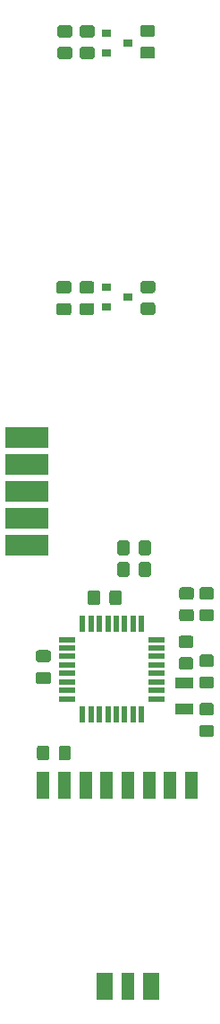
<source format=gbp>
G04 #@! TF.GenerationSoftware,KiCad,Pcbnew,(5.1.5)-3*
G04 #@! TF.CreationDate,2020-04-08T23:30:10+02:00*
G04 #@! TF.ProjectId,RHS_3_Simple,5248535f-335f-4536-996d-706c652e6b69,rev?*
G04 #@! TF.SameCoordinates,Original*
G04 #@! TF.FileFunction,Paste,Bot*
G04 #@! TF.FilePolarity,Positive*
%FSLAX46Y46*%
G04 Gerber Fmt 4.6, Leading zero omitted, Abs format (unit mm)*
G04 Created by KiCad (PCBNEW (5.1.5)-3) date 2020-04-08 23:30:10*
%MOMM*%
%LPD*%
G04 APERTURE LIST*
%ADD10C,0.100000*%
%ADD11R,1.600000X0.550000*%
%ADD12R,0.550000X1.600000*%
%ADD13R,1.500000X2.524000*%
%ADD14R,1.200000X2.524000*%
%ADD15R,0.900000X0.800000*%
%ADD16R,1.800000X1.000000*%
G04 APERTURE END LIST*
D10*
G36*
X100180505Y-139636204D02*
G01*
X100204773Y-139639804D01*
X100228572Y-139645765D01*
X100251671Y-139654030D01*
X100273850Y-139664520D01*
X100294893Y-139677132D01*
X100314599Y-139691747D01*
X100332777Y-139708223D01*
X100349253Y-139726401D01*
X100363868Y-139746107D01*
X100376480Y-139767150D01*
X100386970Y-139789329D01*
X100395235Y-139812428D01*
X100401196Y-139836227D01*
X100404796Y-139860495D01*
X100406000Y-139884999D01*
X100406000Y-140785001D01*
X100404796Y-140809505D01*
X100401196Y-140833773D01*
X100395235Y-140857572D01*
X100386970Y-140880671D01*
X100376480Y-140902850D01*
X100363868Y-140923893D01*
X100349253Y-140943599D01*
X100332777Y-140961777D01*
X100314599Y-140978253D01*
X100294893Y-140992868D01*
X100273850Y-141005480D01*
X100251671Y-141015970D01*
X100228572Y-141024235D01*
X100204773Y-141030196D01*
X100180505Y-141033796D01*
X100156001Y-141035000D01*
X99505999Y-141035000D01*
X99481495Y-141033796D01*
X99457227Y-141030196D01*
X99433428Y-141024235D01*
X99410329Y-141015970D01*
X99388150Y-141005480D01*
X99367107Y-140992868D01*
X99347401Y-140978253D01*
X99329223Y-140961777D01*
X99312747Y-140943599D01*
X99298132Y-140923893D01*
X99285520Y-140902850D01*
X99275030Y-140880671D01*
X99266765Y-140857572D01*
X99260804Y-140833773D01*
X99257204Y-140809505D01*
X99256000Y-140785001D01*
X99256000Y-139884999D01*
X99257204Y-139860495D01*
X99260804Y-139836227D01*
X99266765Y-139812428D01*
X99275030Y-139789329D01*
X99285520Y-139767150D01*
X99298132Y-139746107D01*
X99312747Y-139726401D01*
X99329223Y-139708223D01*
X99347401Y-139691747D01*
X99367107Y-139677132D01*
X99388150Y-139664520D01*
X99410329Y-139654030D01*
X99433428Y-139645765D01*
X99457227Y-139639804D01*
X99481495Y-139636204D01*
X99505999Y-139635000D01*
X100156001Y-139635000D01*
X100180505Y-139636204D01*
G37*
G36*
X98130505Y-139636204D02*
G01*
X98154773Y-139639804D01*
X98178572Y-139645765D01*
X98201671Y-139654030D01*
X98223850Y-139664520D01*
X98244893Y-139677132D01*
X98264599Y-139691747D01*
X98282777Y-139708223D01*
X98299253Y-139726401D01*
X98313868Y-139746107D01*
X98326480Y-139767150D01*
X98336970Y-139789329D01*
X98345235Y-139812428D01*
X98351196Y-139836227D01*
X98354796Y-139860495D01*
X98356000Y-139884999D01*
X98356000Y-140785001D01*
X98354796Y-140809505D01*
X98351196Y-140833773D01*
X98345235Y-140857572D01*
X98336970Y-140880671D01*
X98326480Y-140902850D01*
X98313868Y-140923893D01*
X98299253Y-140943599D01*
X98282777Y-140961777D01*
X98264599Y-140978253D01*
X98244893Y-140992868D01*
X98223850Y-141005480D01*
X98201671Y-141015970D01*
X98178572Y-141024235D01*
X98154773Y-141030196D01*
X98130505Y-141033796D01*
X98106001Y-141035000D01*
X97455999Y-141035000D01*
X97431495Y-141033796D01*
X97407227Y-141030196D01*
X97383428Y-141024235D01*
X97360329Y-141015970D01*
X97338150Y-141005480D01*
X97317107Y-140992868D01*
X97297401Y-140978253D01*
X97279223Y-140961777D01*
X97262747Y-140943599D01*
X97248132Y-140923893D01*
X97235520Y-140902850D01*
X97225030Y-140880671D01*
X97216765Y-140857572D01*
X97210804Y-140833773D01*
X97207204Y-140809505D01*
X97206000Y-140785001D01*
X97206000Y-139884999D01*
X97207204Y-139860495D01*
X97210804Y-139836227D01*
X97216765Y-139812428D01*
X97225030Y-139789329D01*
X97235520Y-139767150D01*
X97248132Y-139746107D01*
X97262747Y-139726401D01*
X97279223Y-139708223D01*
X97297401Y-139691747D01*
X97317107Y-139677132D01*
X97338150Y-139664520D01*
X97360329Y-139654030D01*
X97383428Y-139645765D01*
X97407227Y-139639804D01*
X97431495Y-139636204D01*
X97455999Y-139635000D01*
X98106001Y-139635000D01*
X98130505Y-139636204D01*
G37*
G36*
X108932505Y-145721204D02*
G01*
X108956773Y-145724804D01*
X108980572Y-145730765D01*
X109003671Y-145739030D01*
X109025850Y-145749520D01*
X109046893Y-145762132D01*
X109066599Y-145776747D01*
X109084777Y-145793223D01*
X109101253Y-145811401D01*
X109115868Y-145831107D01*
X109128480Y-145852150D01*
X109138970Y-145874329D01*
X109147235Y-145897428D01*
X109153196Y-145921227D01*
X109156796Y-145945495D01*
X109158000Y-145969999D01*
X109158000Y-146620001D01*
X109156796Y-146644505D01*
X109153196Y-146668773D01*
X109147235Y-146692572D01*
X109138970Y-146715671D01*
X109128480Y-146737850D01*
X109115868Y-146758893D01*
X109101253Y-146778599D01*
X109084777Y-146796777D01*
X109066599Y-146813253D01*
X109046893Y-146827868D01*
X109025850Y-146840480D01*
X109003671Y-146850970D01*
X108980572Y-146859235D01*
X108956773Y-146865196D01*
X108932505Y-146868796D01*
X108908001Y-146870000D01*
X108007999Y-146870000D01*
X107983495Y-146868796D01*
X107959227Y-146865196D01*
X107935428Y-146859235D01*
X107912329Y-146850970D01*
X107890150Y-146840480D01*
X107869107Y-146827868D01*
X107849401Y-146813253D01*
X107831223Y-146796777D01*
X107814747Y-146778599D01*
X107800132Y-146758893D01*
X107787520Y-146737850D01*
X107777030Y-146715671D01*
X107768765Y-146692572D01*
X107762804Y-146668773D01*
X107759204Y-146644505D01*
X107758000Y-146620001D01*
X107758000Y-145969999D01*
X107759204Y-145945495D01*
X107762804Y-145921227D01*
X107768765Y-145897428D01*
X107777030Y-145874329D01*
X107787520Y-145852150D01*
X107800132Y-145831107D01*
X107814747Y-145811401D01*
X107831223Y-145793223D01*
X107849401Y-145776747D01*
X107869107Y-145762132D01*
X107890150Y-145749520D01*
X107912329Y-145739030D01*
X107935428Y-145730765D01*
X107959227Y-145724804D01*
X107983495Y-145721204D01*
X108007999Y-145720000D01*
X108908001Y-145720000D01*
X108932505Y-145721204D01*
G37*
G36*
X108932505Y-147771204D02*
G01*
X108956773Y-147774804D01*
X108980572Y-147780765D01*
X109003671Y-147789030D01*
X109025850Y-147799520D01*
X109046893Y-147812132D01*
X109066599Y-147826747D01*
X109084777Y-147843223D01*
X109101253Y-147861401D01*
X109115868Y-147881107D01*
X109128480Y-147902150D01*
X109138970Y-147924329D01*
X109147235Y-147947428D01*
X109153196Y-147971227D01*
X109156796Y-147995495D01*
X109158000Y-148019999D01*
X109158000Y-148670001D01*
X109156796Y-148694505D01*
X109153196Y-148718773D01*
X109147235Y-148742572D01*
X109138970Y-148765671D01*
X109128480Y-148787850D01*
X109115868Y-148808893D01*
X109101253Y-148828599D01*
X109084777Y-148846777D01*
X109066599Y-148863253D01*
X109046893Y-148877868D01*
X109025850Y-148890480D01*
X109003671Y-148900970D01*
X108980572Y-148909235D01*
X108956773Y-148915196D01*
X108932505Y-148918796D01*
X108908001Y-148920000D01*
X108007999Y-148920000D01*
X107983495Y-148918796D01*
X107959227Y-148915196D01*
X107935428Y-148909235D01*
X107912329Y-148900970D01*
X107890150Y-148890480D01*
X107869107Y-148877868D01*
X107849401Y-148863253D01*
X107831223Y-148846777D01*
X107814747Y-148828599D01*
X107800132Y-148808893D01*
X107787520Y-148787850D01*
X107777030Y-148765671D01*
X107768765Y-148742572D01*
X107762804Y-148718773D01*
X107759204Y-148694505D01*
X107758000Y-148670001D01*
X107758000Y-148019999D01*
X107759204Y-147995495D01*
X107762804Y-147971227D01*
X107768765Y-147947428D01*
X107777030Y-147924329D01*
X107787520Y-147902150D01*
X107800132Y-147881107D01*
X107814747Y-147861401D01*
X107831223Y-147843223D01*
X107849401Y-147826747D01*
X107869107Y-147812132D01*
X107890150Y-147799520D01*
X107912329Y-147789030D01*
X107935428Y-147780765D01*
X107959227Y-147774804D01*
X107983495Y-147771204D01*
X108007999Y-147770000D01*
X108908001Y-147770000D01*
X108932505Y-147771204D01*
G37*
D11*
X103750000Y-144290000D03*
X103750000Y-145090000D03*
X103750000Y-145890000D03*
X103750000Y-146690000D03*
X103750000Y-147490000D03*
X103750000Y-148290000D03*
X103750000Y-149090000D03*
X103750000Y-149890000D03*
D12*
X102300000Y-151340000D03*
X101500000Y-151340000D03*
X100700000Y-151340000D03*
X99900000Y-151340000D03*
X99100000Y-151340000D03*
X98300000Y-151340000D03*
X97500000Y-151340000D03*
X96700000Y-151340000D03*
D11*
X95250000Y-149890000D03*
X95250000Y-149090000D03*
X95250000Y-148290000D03*
X95250000Y-147490000D03*
X95250000Y-146690000D03*
X95250000Y-145890000D03*
X95250000Y-145090000D03*
X95250000Y-144290000D03*
D12*
X96700000Y-142840000D03*
X97500000Y-142840000D03*
X98300000Y-142840000D03*
X99100000Y-142840000D03*
X99900000Y-142840000D03*
X100700000Y-142840000D03*
X101500000Y-142840000D03*
X102300000Y-142840000D03*
D13*
X103200000Y-177000000D03*
X98800000Y-177000000D03*
D14*
X101000000Y-177000000D03*
X107000000Y-158000000D03*
X105000000Y-158000000D03*
X103000000Y-158000000D03*
X101000000Y-158000000D03*
X99000000Y-158000000D03*
X97000000Y-158000000D03*
X95000000Y-158000000D03*
X93000000Y-158000000D03*
D10*
G36*
X106974505Y-143921204D02*
G01*
X106998773Y-143924804D01*
X107022572Y-143930765D01*
X107045671Y-143939030D01*
X107067850Y-143949520D01*
X107088893Y-143962132D01*
X107108599Y-143976747D01*
X107126777Y-143993223D01*
X107143253Y-144011401D01*
X107157868Y-144031107D01*
X107170480Y-144052150D01*
X107180970Y-144074329D01*
X107189235Y-144097428D01*
X107195196Y-144121227D01*
X107198796Y-144145495D01*
X107200000Y-144169999D01*
X107200000Y-144820001D01*
X107198796Y-144844505D01*
X107195196Y-144868773D01*
X107189235Y-144892572D01*
X107180970Y-144915671D01*
X107170480Y-144937850D01*
X107157868Y-144958893D01*
X107143253Y-144978599D01*
X107126777Y-144996777D01*
X107108599Y-145013253D01*
X107088893Y-145027868D01*
X107067850Y-145040480D01*
X107045671Y-145050970D01*
X107022572Y-145059235D01*
X106998773Y-145065196D01*
X106974505Y-145068796D01*
X106950001Y-145070000D01*
X106049999Y-145070000D01*
X106025495Y-145068796D01*
X106001227Y-145065196D01*
X105977428Y-145059235D01*
X105954329Y-145050970D01*
X105932150Y-145040480D01*
X105911107Y-145027868D01*
X105891401Y-145013253D01*
X105873223Y-144996777D01*
X105856747Y-144978599D01*
X105842132Y-144958893D01*
X105829520Y-144937850D01*
X105819030Y-144915671D01*
X105810765Y-144892572D01*
X105804804Y-144868773D01*
X105801204Y-144844505D01*
X105800000Y-144820001D01*
X105800000Y-144169999D01*
X105801204Y-144145495D01*
X105804804Y-144121227D01*
X105810765Y-144097428D01*
X105819030Y-144074329D01*
X105829520Y-144052150D01*
X105842132Y-144031107D01*
X105856747Y-144011401D01*
X105873223Y-143993223D01*
X105891401Y-143976747D01*
X105911107Y-143962132D01*
X105932150Y-143949520D01*
X105954329Y-143939030D01*
X105977428Y-143930765D01*
X106001227Y-143924804D01*
X106025495Y-143921204D01*
X106049999Y-143920000D01*
X106950001Y-143920000D01*
X106974505Y-143921204D01*
G37*
G36*
X106974505Y-145971204D02*
G01*
X106998773Y-145974804D01*
X107022572Y-145980765D01*
X107045671Y-145989030D01*
X107067850Y-145999520D01*
X107088893Y-146012132D01*
X107108599Y-146026747D01*
X107126777Y-146043223D01*
X107143253Y-146061401D01*
X107157868Y-146081107D01*
X107170480Y-146102150D01*
X107180970Y-146124329D01*
X107189235Y-146147428D01*
X107195196Y-146171227D01*
X107198796Y-146195495D01*
X107200000Y-146219999D01*
X107200000Y-146870001D01*
X107198796Y-146894505D01*
X107195196Y-146918773D01*
X107189235Y-146942572D01*
X107180970Y-146965671D01*
X107170480Y-146987850D01*
X107157868Y-147008893D01*
X107143253Y-147028599D01*
X107126777Y-147046777D01*
X107108599Y-147063253D01*
X107088893Y-147077868D01*
X107067850Y-147090480D01*
X107045671Y-147100970D01*
X107022572Y-147109235D01*
X106998773Y-147115196D01*
X106974505Y-147118796D01*
X106950001Y-147120000D01*
X106049999Y-147120000D01*
X106025495Y-147118796D01*
X106001227Y-147115196D01*
X105977428Y-147109235D01*
X105954329Y-147100970D01*
X105932150Y-147090480D01*
X105911107Y-147077868D01*
X105891401Y-147063253D01*
X105873223Y-147046777D01*
X105856747Y-147028599D01*
X105842132Y-147008893D01*
X105829520Y-146987850D01*
X105819030Y-146965671D01*
X105810765Y-146942572D01*
X105804804Y-146918773D01*
X105801204Y-146894505D01*
X105800000Y-146870001D01*
X105800000Y-146219999D01*
X105801204Y-146195495D01*
X105804804Y-146171227D01*
X105810765Y-146147428D01*
X105819030Y-146124329D01*
X105829520Y-146102150D01*
X105842132Y-146081107D01*
X105856747Y-146061401D01*
X105873223Y-146043223D01*
X105891401Y-146026747D01*
X105911107Y-146012132D01*
X105932150Y-145999520D01*
X105954329Y-145989030D01*
X105977428Y-145980765D01*
X106001227Y-145974804D01*
X106025495Y-145971204D01*
X106049999Y-145970000D01*
X106950001Y-145970000D01*
X106974505Y-145971204D01*
G37*
G36*
X93474505Y-147341204D02*
G01*
X93498773Y-147344804D01*
X93522572Y-147350765D01*
X93545671Y-147359030D01*
X93567850Y-147369520D01*
X93588893Y-147382132D01*
X93608599Y-147396747D01*
X93626777Y-147413223D01*
X93643253Y-147431401D01*
X93657868Y-147451107D01*
X93670480Y-147472150D01*
X93680970Y-147494329D01*
X93689235Y-147517428D01*
X93695196Y-147541227D01*
X93698796Y-147565495D01*
X93700000Y-147589999D01*
X93700000Y-148240001D01*
X93698796Y-148264505D01*
X93695196Y-148288773D01*
X93689235Y-148312572D01*
X93680970Y-148335671D01*
X93670480Y-148357850D01*
X93657868Y-148378893D01*
X93643253Y-148398599D01*
X93626777Y-148416777D01*
X93608599Y-148433253D01*
X93588893Y-148447868D01*
X93567850Y-148460480D01*
X93545671Y-148470970D01*
X93522572Y-148479235D01*
X93498773Y-148485196D01*
X93474505Y-148488796D01*
X93450001Y-148490000D01*
X92549999Y-148490000D01*
X92525495Y-148488796D01*
X92501227Y-148485196D01*
X92477428Y-148479235D01*
X92454329Y-148470970D01*
X92432150Y-148460480D01*
X92411107Y-148447868D01*
X92391401Y-148433253D01*
X92373223Y-148416777D01*
X92356747Y-148398599D01*
X92342132Y-148378893D01*
X92329520Y-148357850D01*
X92319030Y-148335671D01*
X92310765Y-148312572D01*
X92304804Y-148288773D01*
X92301204Y-148264505D01*
X92300000Y-148240001D01*
X92300000Y-147589999D01*
X92301204Y-147565495D01*
X92304804Y-147541227D01*
X92310765Y-147517428D01*
X92319030Y-147494329D01*
X92329520Y-147472150D01*
X92342132Y-147451107D01*
X92356747Y-147431401D01*
X92373223Y-147413223D01*
X92391401Y-147396747D01*
X92411107Y-147382132D01*
X92432150Y-147369520D01*
X92454329Y-147359030D01*
X92477428Y-147350765D01*
X92501227Y-147344804D01*
X92525495Y-147341204D01*
X92549999Y-147340000D01*
X93450001Y-147340000D01*
X93474505Y-147341204D01*
G37*
G36*
X93474505Y-145291204D02*
G01*
X93498773Y-145294804D01*
X93522572Y-145300765D01*
X93545671Y-145309030D01*
X93567850Y-145319520D01*
X93588893Y-145332132D01*
X93608599Y-145346747D01*
X93626777Y-145363223D01*
X93643253Y-145381401D01*
X93657868Y-145401107D01*
X93670480Y-145422150D01*
X93680970Y-145444329D01*
X93689235Y-145467428D01*
X93695196Y-145491227D01*
X93698796Y-145515495D01*
X93700000Y-145539999D01*
X93700000Y-146190001D01*
X93698796Y-146214505D01*
X93695196Y-146238773D01*
X93689235Y-146262572D01*
X93680970Y-146285671D01*
X93670480Y-146307850D01*
X93657868Y-146328893D01*
X93643253Y-146348599D01*
X93626777Y-146366777D01*
X93608599Y-146383253D01*
X93588893Y-146397868D01*
X93567850Y-146410480D01*
X93545671Y-146420970D01*
X93522572Y-146429235D01*
X93498773Y-146435196D01*
X93474505Y-146438796D01*
X93450001Y-146440000D01*
X92549999Y-146440000D01*
X92525495Y-146438796D01*
X92501227Y-146435196D01*
X92477428Y-146429235D01*
X92454329Y-146420970D01*
X92432150Y-146410480D01*
X92411107Y-146397868D01*
X92391401Y-146383253D01*
X92373223Y-146366777D01*
X92356747Y-146348599D01*
X92342132Y-146328893D01*
X92329520Y-146307850D01*
X92319030Y-146285671D01*
X92310765Y-146262572D01*
X92304804Y-146238773D01*
X92301204Y-146214505D01*
X92300000Y-146190001D01*
X92300000Y-145539999D01*
X92301204Y-145515495D01*
X92304804Y-145491227D01*
X92310765Y-145467428D01*
X92319030Y-145444329D01*
X92329520Y-145422150D01*
X92342132Y-145401107D01*
X92356747Y-145381401D01*
X92373223Y-145363223D01*
X92391401Y-145346747D01*
X92411107Y-145332132D01*
X92432150Y-145319520D01*
X92454329Y-145309030D01*
X92477428Y-145300765D01*
X92501227Y-145294804D01*
X92525495Y-145291204D01*
X92549999Y-145290000D01*
X93450001Y-145290000D01*
X93474505Y-145291204D01*
G37*
G36*
X95374505Y-154301204D02*
G01*
X95398773Y-154304804D01*
X95422572Y-154310765D01*
X95445671Y-154319030D01*
X95467850Y-154329520D01*
X95488893Y-154342132D01*
X95508599Y-154356747D01*
X95526777Y-154373223D01*
X95543253Y-154391401D01*
X95557868Y-154411107D01*
X95570480Y-154432150D01*
X95580970Y-154454329D01*
X95589235Y-154477428D01*
X95595196Y-154501227D01*
X95598796Y-154525495D01*
X95600000Y-154549999D01*
X95600000Y-155450001D01*
X95598796Y-155474505D01*
X95595196Y-155498773D01*
X95589235Y-155522572D01*
X95580970Y-155545671D01*
X95570480Y-155567850D01*
X95557868Y-155588893D01*
X95543253Y-155608599D01*
X95526777Y-155626777D01*
X95508599Y-155643253D01*
X95488893Y-155657868D01*
X95467850Y-155670480D01*
X95445671Y-155680970D01*
X95422572Y-155689235D01*
X95398773Y-155695196D01*
X95374505Y-155698796D01*
X95350001Y-155700000D01*
X94699999Y-155700000D01*
X94675495Y-155698796D01*
X94651227Y-155695196D01*
X94627428Y-155689235D01*
X94604329Y-155680970D01*
X94582150Y-155670480D01*
X94561107Y-155657868D01*
X94541401Y-155643253D01*
X94523223Y-155626777D01*
X94506747Y-155608599D01*
X94492132Y-155588893D01*
X94479520Y-155567850D01*
X94469030Y-155545671D01*
X94460765Y-155522572D01*
X94454804Y-155498773D01*
X94451204Y-155474505D01*
X94450000Y-155450001D01*
X94450000Y-154549999D01*
X94451204Y-154525495D01*
X94454804Y-154501227D01*
X94460765Y-154477428D01*
X94469030Y-154454329D01*
X94479520Y-154432150D01*
X94492132Y-154411107D01*
X94506747Y-154391401D01*
X94523223Y-154373223D01*
X94541401Y-154356747D01*
X94561107Y-154342132D01*
X94582150Y-154329520D01*
X94604329Y-154319030D01*
X94627428Y-154310765D01*
X94651227Y-154304804D01*
X94675495Y-154301204D01*
X94699999Y-154300000D01*
X95350001Y-154300000D01*
X95374505Y-154301204D01*
G37*
G36*
X93324505Y-154301204D02*
G01*
X93348773Y-154304804D01*
X93372572Y-154310765D01*
X93395671Y-154319030D01*
X93417850Y-154329520D01*
X93438893Y-154342132D01*
X93458599Y-154356747D01*
X93476777Y-154373223D01*
X93493253Y-154391401D01*
X93507868Y-154411107D01*
X93520480Y-154432150D01*
X93530970Y-154454329D01*
X93539235Y-154477428D01*
X93545196Y-154501227D01*
X93548796Y-154525495D01*
X93550000Y-154549999D01*
X93550000Y-155450001D01*
X93548796Y-155474505D01*
X93545196Y-155498773D01*
X93539235Y-155522572D01*
X93530970Y-155545671D01*
X93520480Y-155567850D01*
X93507868Y-155588893D01*
X93493253Y-155608599D01*
X93476777Y-155626777D01*
X93458599Y-155643253D01*
X93438893Y-155657868D01*
X93417850Y-155670480D01*
X93395671Y-155680970D01*
X93372572Y-155689235D01*
X93348773Y-155695196D01*
X93324505Y-155698796D01*
X93300001Y-155700000D01*
X92649999Y-155700000D01*
X92625495Y-155698796D01*
X92601227Y-155695196D01*
X92577428Y-155689235D01*
X92554329Y-155680970D01*
X92532150Y-155670480D01*
X92511107Y-155657868D01*
X92491401Y-155643253D01*
X92473223Y-155626777D01*
X92456747Y-155608599D01*
X92442132Y-155588893D01*
X92429520Y-155567850D01*
X92419030Y-155545671D01*
X92410765Y-155522572D01*
X92404804Y-155498773D01*
X92401204Y-155474505D01*
X92400000Y-155450001D01*
X92400000Y-154549999D01*
X92401204Y-154525495D01*
X92404804Y-154501227D01*
X92410765Y-154477428D01*
X92419030Y-154454329D01*
X92429520Y-154432150D01*
X92442132Y-154411107D01*
X92456747Y-154391401D01*
X92473223Y-154373223D01*
X92491401Y-154356747D01*
X92511107Y-154342132D01*
X92532150Y-154329520D01*
X92554329Y-154319030D01*
X92577428Y-154310765D01*
X92601227Y-154304804D01*
X92625495Y-154301204D01*
X92649999Y-154300000D01*
X93300001Y-154300000D01*
X93324505Y-154301204D01*
G37*
G36*
X93440000Y-126222000D02*
G01*
X89440000Y-126222000D01*
X89440000Y-124222000D01*
X93440000Y-124222000D01*
X93440000Y-126222000D01*
G37*
G36*
X93440000Y-128762000D02*
G01*
X89440000Y-128762000D01*
X89440000Y-126762000D01*
X93440000Y-126762000D01*
X93440000Y-128762000D01*
G37*
G36*
X93440000Y-131302000D02*
G01*
X89440000Y-131302000D01*
X89440000Y-129302000D01*
X93440000Y-129302000D01*
X93440000Y-131302000D01*
G37*
G36*
X93440000Y-133842000D02*
G01*
X89440000Y-133842000D01*
X89440000Y-131842000D01*
X93440000Y-131842000D01*
X93440000Y-133842000D01*
G37*
G36*
X93440000Y-136382000D02*
G01*
X89440000Y-136382000D01*
X89440000Y-134382000D01*
X93440000Y-134382000D01*
X93440000Y-136382000D01*
G37*
G36*
X107027505Y-141421204D02*
G01*
X107051773Y-141424804D01*
X107075572Y-141430765D01*
X107098671Y-141439030D01*
X107120850Y-141449520D01*
X107141893Y-141462132D01*
X107161599Y-141476747D01*
X107179777Y-141493223D01*
X107196253Y-141511401D01*
X107210868Y-141531107D01*
X107223480Y-141552150D01*
X107233970Y-141574329D01*
X107242235Y-141597428D01*
X107248196Y-141621227D01*
X107251796Y-141645495D01*
X107253000Y-141669999D01*
X107253000Y-142320001D01*
X107251796Y-142344505D01*
X107248196Y-142368773D01*
X107242235Y-142392572D01*
X107233970Y-142415671D01*
X107223480Y-142437850D01*
X107210868Y-142458893D01*
X107196253Y-142478599D01*
X107179777Y-142496777D01*
X107161599Y-142513253D01*
X107141893Y-142527868D01*
X107120850Y-142540480D01*
X107098671Y-142550970D01*
X107075572Y-142559235D01*
X107051773Y-142565196D01*
X107027505Y-142568796D01*
X107003001Y-142570000D01*
X106102999Y-142570000D01*
X106078495Y-142568796D01*
X106054227Y-142565196D01*
X106030428Y-142559235D01*
X106007329Y-142550970D01*
X105985150Y-142540480D01*
X105964107Y-142527868D01*
X105944401Y-142513253D01*
X105926223Y-142496777D01*
X105909747Y-142478599D01*
X105895132Y-142458893D01*
X105882520Y-142437850D01*
X105872030Y-142415671D01*
X105863765Y-142392572D01*
X105857804Y-142368773D01*
X105854204Y-142344505D01*
X105853000Y-142320001D01*
X105853000Y-141669999D01*
X105854204Y-141645495D01*
X105857804Y-141621227D01*
X105863765Y-141597428D01*
X105872030Y-141574329D01*
X105882520Y-141552150D01*
X105895132Y-141531107D01*
X105909747Y-141511401D01*
X105926223Y-141493223D01*
X105944401Y-141476747D01*
X105964107Y-141462132D01*
X105985150Y-141449520D01*
X106007329Y-141439030D01*
X106030428Y-141430765D01*
X106054227Y-141424804D01*
X106078495Y-141421204D01*
X106102999Y-141420000D01*
X107003001Y-141420000D01*
X107027505Y-141421204D01*
G37*
G36*
X107027505Y-139371204D02*
G01*
X107051773Y-139374804D01*
X107075572Y-139380765D01*
X107098671Y-139389030D01*
X107120850Y-139399520D01*
X107141893Y-139412132D01*
X107161599Y-139426747D01*
X107179777Y-139443223D01*
X107196253Y-139461401D01*
X107210868Y-139481107D01*
X107223480Y-139502150D01*
X107233970Y-139524329D01*
X107242235Y-139547428D01*
X107248196Y-139571227D01*
X107251796Y-139595495D01*
X107253000Y-139619999D01*
X107253000Y-140270001D01*
X107251796Y-140294505D01*
X107248196Y-140318773D01*
X107242235Y-140342572D01*
X107233970Y-140365671D01*
X107223480Y-140387850D01*
X107210868Y-140408893D01*
X107196253Y-140428599D01*
X107179777Y-140446777D01*
X107161599Y-140463253D01*
X107141893Y-140477868D01*
X107120850Y-140490480D01*
X107098671Y-140500970D01*
X107075572Y-140509235D01*
X107051773Y-140515196D01*
X107027505Y-140518796D01*
X107003001Y-140520000D01*
X106102999Y-140520000D01*
X106078495Y-140518796D01*
X106054227Y-140515196D01*
X106030428Y-140509235D01*
X106007329Y-140500970D01*
X105985150Y-140490480D01*
X105964107Y-140477868D01*
X105944401Y-140463253D01*
X105926223Y-140446777D01*
X105909747Y-140428599D01*
X105895132Y-140408893D01*
X105882520Y-140387850D01*
X105872030Y-140365671D01*
X105863765Y-140342572D01*
X105857804Y-140318773D01*
X105854204Y-140294505D01*
X105853000Y-140270001D01*
X105853000Y-139619999D01*
X105854204Y-139595495D01*
X105857804Y-139571227D01*
X105863765Y-139547428D01*
X105872030Y-139524329D01*
X105882520Y-139502150D01*
X105895132Y-139481107D01*
X105909747Y-139461401D01*
X105926223Y-139443223D01*
X105944401Y-139426747D01*
X105964107Y-139412132D01*
X105985150Y-139399520D01*
X106007329Y-139389030D01*
X106030428Y-139380765D01*
X106054227Y-139374804D01*
X106078495Y-139371204D01*
X106102999Y-139370000D01*
X107003001Y-139370000D01*
X107027505Y-139371204D01*
G37*
G36*
X108932505Y-139371204D02*
G01*
X108956773Y-139374804D01*
X108980572Y-139380765D01*
X109003671Y-139389030D01*
X109025850Y-139399520D01*
X109046893Y-139412132D01*
X109066599Y-139426747D01*
X109084777Y-139443223D01*
X109101253Y-139461401D01*
X109115868Y-139481107D01*
X109128480Y-139502150D01*
X109138970Y-139524329D01*
X109147235Y-139547428D01*
X109153196Y-139571227D01*
X109156796Y-139595495D01*
X109158000Y-139619999D01*
X109158000Y-140270001D01*
X109156796Y-140294505D01*
X109153196Y-140318773D01*
X109147235Y-140342572D01*
X109138970Y-140365671D01*
X109128480Y-140387850D01*
X109115868Y-140408893D01*
X109101253Y-140428599D01*
X109084777Y-140446777D01*
X109066599Y-140463253D01*
X109046893Y-140477868D01*
X109025850Y-140490480D01*
X109003671Y-140500970D01*
X108980572Y-140509235D01*
X108956773Y-140515196D01*
X108932505Y-140518796D01*
X108908001Y-140520000D01*
X108007999Y-140520000D01*
X107983495Y-140518796D01*
X107959227Y-140515196D01*
X107935428Y-140509235D01*
X107912329Y-140500970D01*
X107890150Y-140490480D01*
X107869107Y-140477868D01*
X107849401Y-140463253D01*
X107831223Y-140446777D01*
X107814747Y-140428599D01*
X107800132Y-140408893D01*
X107787520Y-140387850D01*
X107777030Y-140365671D01*
X107768765Y-140342572D01*
X107762804Y-140318773D01*
X107759204Y-140294505D01*
X107758000Y-140270001D01*
X107758000Y-139619999D01*
X107759204Y-139595495D01*
X107762804Y-139571227D01*
X107768765Y-139547428D01*
X107777030Y-139524329D01*
X107787520Y-139502150D01*
X107800132Y-139481107D01*
X107814747Y-139461401D01*
X107831223Y-139443223D01*
X107849401Y-139426747D01*
X107869107Y-139412132D01*
X107890150Y-139399520D01*
X107912329Y-139389030D01*
X107935428Y-139380765D01*
X107959227Y-139374804D01*
X107983495Y-139371204D01*
X108007999Y-139370000D01*
X108908001Y-139370000D01*
X108932505Y-139371204D01*
G37*
G36*
X108932505Y-141421204D02*
G01*
X108956773Y-141424804D01*
X108980572Y-141430765D01*
X109003671Y-141439030D01*
X109025850Y-141449520D01*
X109046893Y-141462132D01*
X109066599Y-141476747D01*
X109084777Y-141493223D01*
X109101253Y-141511401D01*
X109115868Y-141531107D01*
X109128480Y-141552150D01*
X109138970Y-141574329D01*
X109147235Y-141597428D01*
X109153196Y-141621227D01*
X109156796Y-141645495D01*
X109158000Y-141669999D01*
X109158000Y-142320001D01*
X109156796Y-142344505D01*
X109153196Y-142368773D01*
X109147235Y-142392572D01*
X109138970Y-142415671D01*
X109128480Y-142437850D01*
X109115868Y-142458893D01*
X109101253Y-142478599D01*
X109084777Y-142496777D01*
X109066599Y-142513253D01*
X109046893Y-142527868D01*
X109025850Y-142540480D01*
X109003671Y-142550970D01*
X108980572Y-142559235D01*
X108956773Y-142565196D01*
X108932505Y-142568796D01*
X108908001Y-142570000D01*
X108007999Y-142570000D01*
X107983495Y-142568796D01*
X107959227Y-142565196D01*
X107935428Y-142559235D01*
X107912329Y-142550970D01*
X107890150Y-142540480D01*
X107869107Y-142527868D01*
X107849401Y-142513253D01*
X107831223Y-142496777D01*
X107814747Y-142478599D01*
X107800132Y-142458893D01*
X107787520Y-142437850D01*
X107777030Y-142415671D01*
X107768765Y-142392572D01*
X107762804Y-142368773D01*
X107759204Y-142344505D01*
X107758000Y-142320001D01*
X107758000Y-141669999D01*
X107759204Y-141645495D01*
X107762804Y-141621227D01*
X107768765Y-141597428D01*
X107777030Y-141574329D01*
X107787520Y-141552150D01*
X107800132Y-141531107D01*
X107814747Y-141511401D01*
X107831223Y-141493223D01*
X107849401Y-141476747D01*
X107869107Y-141462132D01*
X107890150Y-141449520D01*
X107912329Y-141439030D01*
X107935428Y-141430765D01*
X107959227Y-141424804D01*
X107983495Y-141421204D01*
X108007999Y-141420000D01*
X108908001Y-141420000D01*
X108932505Y-141421204D01*
G37*
G36*
X97624505Y-86331204D02*
G01*
X97648773Y-86334804D01*
X97672572Y-86340765D01*
X97695671Y-86349030D01*
X97717850Y-86359520D01*
X97738893Y-86372132D01*
X97758599Y-86386747D01*
X97776777Y-86403223D01*
X97793253Y-86421401D01*
X97807868Y-86441107D01*
X97820480Y-86462150D01*
X97830970Y-86484329D01*
X97839235Y-86507428D01*
X97845196Y-86531227D01*
X97848796Y-86555495D01*
X97850000Y-86579999D01*
X97850000Y-87230001D01*
X97848796Y-87254505D01*
X97845196Y-87278773D01*
X97839235Y-87302572D01*
X97830970Y-87325671D01*
X97820480Y-87347850D01*
X97807868Y-87368893D01*
X97793253Y-87388599D01*
X97776777Y-87406777D01*
X97758599Y-87423253D01*
X97738893Y-87437868D01*
X97717850Y-87450480D01*
X97695671Y-87460970D01*
X97672572Y-87469235D01*
X97648773Y-87475196D01*
X97624505Y-87478796D01*
X97600001Y-87480000D01*
X96699999Y-87480000D01*
X96675495Y-87478796D01*
X96651227Y-87475196D01*
X96627428Y-87469235D01*
X96604329Y-87460970D01*
X96582150Y-87450480D01*
X96561107Y-87437868D01*
X96541401Y-87423253D01*
X96523223Y-87406777D01*
X96506747Y-87388599D01*
X96492132Y-87368893D01*
X96479520Y-87347850D01*
X96469030Y-87325671D01*
X96460765Y-87302572D01*
X96454804Y-87278773D01*
X96451204Y-87254505D01*
X96450000Y-87230001D01*
X96450000Y-86579999D01*
X96451204Y-86555495D01*
X96454804Y-86531227D01*
X96460765Y-86507428D01*
X96469030Y-86484329D01*
X96479520Y-86462150D01*
X96492132Y-86441107D01*
X96506747Y-86421401D01*
X96523223Y-86403223D01*
X96541401Y-86386747D01*
X96561107Y-86372132D01*
X96582150Y-86359520D01*
X96604329Y-86349030D01*
X96627428Y-86340765D01*
X96651227Y-86334804D01*
X96675495Y-86331204D01*
X96699999Y-86330000D01*
X97600001Y-86330000D01*
X97624505Y-86331204D01*
G37*
G36*
X97624505Y-88381204D02*
G01*
X97648773Y-88384804D01*
X97672572Y-88390765D01*
X97695671Y-88399030D01*
X97717850Y-88409520D01*
X97738893Y-88422132D01*
X97758599Y-88436747D01*
X97776777Y-88453223D01*
X97793253Y-88471401D01*
X97807868Y-88491107D01*
X97820480Y-88512150D01*
X97830970Y-88534329D01*
X97839235Y-88557428D01*
X97845196Y-88581227D01*
X97848796Y-88605495D01*
X97850000Y-88629999D01*
X97850000Y-89280001D01*
X97848796Y-89304505D01*
X97845196Y-89328773D01*
X97839235Y-89352572D01*
X97830970Y-89375671D01*
X97820480Y-89397850D01*
X97807868Y-89418893D01*
X97793253Y-89438599D01*
X97776777Y-89456777D01*
X97758599Y-89473253D01*
X97738893Y-89487868D01*
X97717850Y-89500480D01*
X97695671Y-89510970D01*
X97672572Y-89519235D01*
X97648773Y-89525196D01*
X97624505Y-89528796D01*
X97600001Y-89530000D01*
X96699999Y-89530000D01*
X96675495Y-89528796D01*
X96651227Y-89525196D01*
X96627428Y-89519235D01*
X96604329Y-89510970D01*
X96582150Y-89500480D01*
X96561107Y-89487868D01*
X96541401Y-89473253D01*
X96523223Y-89456777D01*
X96506747Y-89438599D01*
X96492132Y-89418893D01*
X96479520Y-89397850D01*
X96469030Y-89375671D01*
X96460765Y-89352572D01*
X96454804Y-89328773D01*
X96451204Y-89304505D01*
X96450000Y-89280001D01*
X96450000Y-88629999D01*
X96451204Y-88605495D01*
X96454804Y-88581227D01*
X96460765Y-88557428D01*
X96469030Y-88534329D01*
X96479520Y-88512150D01*
X96492132Y-88491107D01*
X96506747Y-88471401D01*
X96523223Y-88453223D01*
X96541401Y-88436747D01*
X96561107Y-88422132D01*
X96582150Y-88409520D01*
X96604329Y-88399030D01*
X96627428Y-88390765D01*
X96651227Y-88384804D01*
X96675495Y-88381204D01*
X96699999Y-88380000D01*
X97600001Y-88380000D01*
X97624505Y-88381204D01*
G37*
G36*
X97594505Y-112541204D02*
G01*
X97618773Y-112544804D01*
X97642572Y-112550765D01*
X97665671Y-112559030D01*
X97687850Y-112569520D01*
X97708893Y-112582132D01*
X97728599Y-112596747D01*
X97746777Y-112613223D01*
X97763253Y-112631401D01*
X97777868Y-112651107D01*
X97790480Y-112672150D01*
X97800970Y-112694329D01*
X97809235Y-112717428D01*
X97815196Y-112741227D01*
X97818796Y-112765495D01*
X97820000Y-112789999D01*
X97820000Y-113440001D01*
X97818796Y-113464505D01*
X97815196Y-113488773D01*
X97809235Y-113512572D01*
X97800970Y-113535671D01*
X97790480Y-113557850D01*
X97777868Y-113578893D01*
X97763253Y-113598599D01*
X97746777Y-113616777D01*
X97728599Y-113633253D01*
X97708893Y-113647868D01*
X97687850Y-113660480D01*
X97665671Y-113670970D01*
X97642572Y-113679235D01*
X97618773Y-113685196D01*
X97594505Y-113688796D01*
X97570001Y-113690000D01*
X96669999Y-113690000D01*
X96645495Y-113688796D01*
X96621227Y-113685196D01*
X96597428Y-113679235D01*
X96574329Y-113670970D01*
X96552150Y-113660480D01*
X96531107Y-113647868D01*
X96511401Y-113633253D01*
X96493223Y-113616777D01*
X96476747Y-113598599D01*
X96462132Y-113578893D01*
X96449520Y-113557850D01*
X96439030Y-113535671D01*
X96430765Y-113512572D01*
X96424804Y-113488773D01*
X96421204Y-113464505D01*
X96420000Y-113440001D01*
X96420000Y-112789999D01*
X96421204Y-112765495D01*
X96424804Y-112741227D01*
X96430765Y-112717428D01*
X96439030Y-112694329D01*
X96449520Y-112672150D01*
X96462132Y-112651107D01*
X96476747Y-112631401D01*
X96493223Y-112613223D01*
X96511401Y-112596747D01*
X96531107Y-112582132D01*
X96552150Y-112569520D01*
X96574329Y-112559030D01*
X96597428Y-112550765D01*
X96621227Y-112544804D01*
X96645495Y-112541204D01*
X96669999Y-112540000D01*
X97570001Y-112540000D01*
X97594505Y-112541204D01*
G37*
G36*
X97594505Y-110491204D02*
G01*
X97618773Y-110494804D01*
X97642572Y-110500765D01*
X97665671Y-110509030D01*
X97687850Y-110519520D01*
X97708893Y-110532132D01*
X97728599Y-110546747D01*
X97746777Y-110563223D01*
X97763253Y-110581401D01*
X97777868Y-110601107D01*
X97790480Y-110622150D01*
X97800970Y-110644329D01*
X97809235Y-110667428D01*
X97815196Y-110691227D01*
X97818796Y-110715495D01*
X97820000Y-110739999D01*
X97820000Y-111390001D01*
X97818796Y-111414505D01*
X97815196Y-111438773D01*
X97809235Y-111462572D01*
X97800970Y-111485671D01*
X97790480Y-111507850D01*
X97777868Y-111528893D01*
X97763253Y-111548599D01*
X97746777Y-111566777D01*
X97728599Y-111583253D01*
X97708893Y-111597868D01*
X97687850Y-111610480D01*
X97665671Y-111620970D01*
X97642572Y-111629235D01*
X97618773Y-111635196D01*
X97594505Y-111638796D01*
X97570001Y-111640000D01*
X96669999Y-111640000D01*
X96645495Y-111638796D01*
X96621227Y-111635196D01*
X96597428Y-111629235D01*
X96574329Y-111620970D01*
X96552150Y-111610480D01*
X96531107Y-111597868D01*
X96511401Y-111583253D01*
X96493223Y-111566777D01*
X96476747Y-111548599D01*
X96462132Y-111528893D01*
X96449520Y-111507850D01*
X96439030Y-111485671D01*
X96430765Y-111462572D01*
X96424804Y-111438773D01*
X96421204Y-111414505D01*
X96420000Y-111390001D01*
X96420000Y-110739999D01*
X96421204Y-110715495D01*
X96424804Y-110691227D01*
X96430765Y-110667428D01*
X96439030Y-110644329D01*
X96449520Y-110622150D01*
X96462132Y-110601107D01*
X96476747Y-110581401D01*
X96493223Y-110563223D01*
X96511401Y-110546747D01*
X96531107Y-110532132D01*
X96552150Y-110519520D01*
X96574329Y-110509030D01*
X96597428Y-110500765D01*
X96621227Y-110494804D01*
X96645495Y-110491204D01*
X96669999Y-110490000D01*
X97570001Y-110490000D01*
X97594505Y-110491204D01*
G37*
D15*
X99000000Y-88950000D03*
X99000000Y-87050000D03*
X101000000Y-88000000D03*
X99000000Y-112950000D03*
X99000000Y-111050000D03*
X101000000Y-112000000D03*
D10*
G36*
X103334505Y-86301204D02*
G01*
X103358773Y-86304804D01*
X103382572Y-86310765D01*
X103405671Y-86319030D01*
X103427850Y-86329520D01*
X103448893Y-86342132D01*
X103468599Y-86356747D01*
X103486777Y-86373223D01*
X103503253Y-86391401D01*
X103517868Y-86411107D01*
X103530480Y-86432150D01*
X103540970Y-86454329D01*
X103549235Y-86477428D01*
X103555196Y-86501227D01*
X103558796Y-86525495D01*
X103560000Y-86549999D01*
X103560000Y-87200001D01*
X103558796Y-87224505D01*
X103555196Y-87248773D01*
X103549235Y-87272572D01*
X103540970Y-87295671D01*
X103530480Y-87317850D01*
X103517868Y-87338893D01*
X103503253Y-87358599D01*
X103486777Y-87376777D01*
X103468599Y-87393253D01*
X103448893Y-87407868D01*
X103427850Y-87420480D01*
X103405671Y-87430970D01*
X103382572Y-87439235D01*
X103358773Y-87445196D01*
X103334505Y-87448796D01*
X103310001Y-87450000D01*
X102409999Y-87450000D01*
X102385495Y-87448796D01*
X102361227Y-87445196D01*
X102337428Y-87439235D01*
X102314329Y-87430970D01*
X102292150Y-87420480D01*
X102271107Y-87407868D01*
X102251401Y-87393253D01*
X102233223Y-87376777D01*
X102216747Y-87358599D01*
X102202132Y-87338893D01*
X102189520Y-87317850D01*
X102179030Y-87295671D01*
X102170765Y-87272572D01*
X102164804Y-87248773D01*
X102161204Y-87224505D01*
X102160000Y-87200001D01*
X102160000Y-86549999D01*
X102161204Y-86525495D01*
X102164804Y-86501227D01*
X102170765Y-86477428D01*
X102179030Y-86454329D01*
X102189520Y-86432150D01*
X102202132Y-86411107D01*
X102216747Y-86391401D01*
X102233223Y-86373223D01*
X102251401Y-86356747D01*
X102271107Y-86342132D01*
X102292150Y-86329520D01*
X102314329Y-86319030D01*
X102337428Y-86310765D01*
X102361227Y-86304804D01*
X102385495Y-86301204D01*
X102409999Y-86300000D01*
X103310001Y-86300000D01*
X103334505Y-86301204D01*
G37*
G36*
X103334505Y-88351204D02*
G01*
X103358773Y-88354804D01*
X103382572Y-88360765D01*
X103405671Y-88369030D01*
X103427850Y-88379520D01*
X103448893Y-88392132D01*
X103468599Y-88406747D01*
X103486777Y-88423223D01*
X103503253Y-88441401D01*
X103517868Y-88461107D01*
X103530480Y-88482150D01*
X103540970Y-88504329D01*
X103549235Y-88527428D01*
X103555196Y-88551227D01*
X103558796Y-88575495D01*
X103560000Y-88599999D01*
X103560000Y-89250001D01*
X103558796Y-89274505D01*
X103555196Y-89298773D01*
X103549235Y-89322572D01*
X103540970Y-89345671D01*
X103530480Y-89367850D01*
X103517868Y-89388893D01*
X103503253Y-89408599D01*
X103486777Y-89426777D01*
X103468599Y-89443253D01*
X103448893Y-89457868D01*
X103427850Y-89470480D01*
X103405671Y-89480970D01*
X103382572Y-89489235D01*
X103358773Y-89495196D01*
X103334505Y-89498796D01*
X103310001Y-89500000D01*
X102409999Y-89500000D01*
X102385495Y-89498796D01*
X102361227Y-89495196D01*
X102337428Y-89489235D01*
X102314329Y-89480970D01*
X102292150Y-89470480D01*
X102271107Y-89457868D01*
X102251401Y-89443253D01*
X102233223Y-89426777D01*
X102216747Y-89408599D01*
X102202132Y-89388893D01*
X102189520Y-89367850D01*
X102179030Y-89345671D01*
X102170765Y-89322572D01*
X102164804Y-89298773D01*
X102161204Y-89274505D01*
X102160000Y-89250001D01*
X102160000Y-88599999D01*
X102161204Y-88575495D01*
X102164804Y-88551227D01*
X102170765Y-88527428D01*
X102179030Y-88504329D01*
X102189520Y-88482150D01*
X102202132Y-88461107D01*
X102216747Y-88441401D01*
X102233223Y-88423223D01*
X102251401Y-88406747D01*
X102271107Y-88392132D01*
X102292150Y-88379520D01*
X102314329Y-88369030D01*
X102337428Y-88360765D01*
X102361227Y-88354804D01*
X102385495Y-88351204D01*
X102409999Y-88350000D01*
X103310001Y-88350000D01*
X103334505Y-88351204D01*
G37*
G36*
X103364505Y-112511204D02*
G01*
X103388773Y-112514804D01*
X103412572Y-112520765D01*
X103435671Y-112529030D01*
X103457850Y-112539520D01*
X103478893Y-112552132D01*
X103498599Y-112566747D01*
X103516777Y-112583223D01*
X103533253Y-112601401D01*
X103547868Y-112621107D01*
X103560480Y-112642150D01*
X103570970Y-112664329D01*
X103579235Y-112687428D01*
X103585196Y-112711227D01*
X103588796Y-112735495D01*
X103590000Y-112759999D01*
X103590000Y-113410001D01*
X103588796Y-113434505D01*
X103585196Y-113458773D01*
X103579235Y-113482572D01*
X103570970Y-113505671D01*
X103560480Y-113527850D01*
X103547868Y-113548893D01*
X103533253Y-113568599D01*
X103516777Y-113586777D01*
X103498599Y-113603253D01*
X103478893Y-113617868D01*
X103457850Y-113630480D01*
X103435671Y-113640970D01*
X103412572Y-113649235D01*
X103388773Y-113655196D01*
X103364505Y-113658796D01*
X103340001Y-113660000D01*
X102439999Y-113660000D01*
X102415495Y-113658796D01*
X102391227Y-113655196D01*
X102367428Y-113649235D01*
X102344329Y-113640970D01*
X102322150Y-113630480D01*
X102301107Y-113617868D01*
X102281401Y-113603253D01*
X102263223Y-113586777D01*
X102246747Y-113568599D01*
X102232132Y-113548893D01*
X102219520Y-113527850D01*
X102209030Y-113505671D01*
X102200765Y-113482572D01*
X102194804Y-113458773D01*
X102191204Y-113434505D01*
X102190000Y-113410001D01*
X102190000Y-112759999D01*
X102191204Y-112735495D01*
X102194804Y-112711227D01*
X102200765Y-112687428D01*
X102209030Y-112664329D01*
X102219520Y-112642150D01*
X102232132Y-112621107D01*
X102246747Y-112601401D01*
X102263223Y-112583223D01*
X102281401Y-112566747D01*
X102301107Y-112552132D01*
X102322150Y-112539520D01*
X102344329Y-112529030D01*
X102367428Y-112520765D01*
X102391227Y-112514804D01*
X102415495Y-112511204D01*
X102439999Y-112510000D01*
X103340001Y-112510000D01*
X103364505Y-112511204D01*
G37*
G36*
X103364505Y-110461204D02*
G01*
X103388773Y-110464804D01*
X103412572Y-110470765D01*
X103435671Y-110479030D01*
X103457850Y-110489520D01*
X103478893Y-110502132D01*
X103498599Y-110516747D01*
X103516777Y-110533223D01*
X103533253Y-110551401D01*
X103547868Y-110571107D01*
X103560480Y-110592150D01*
X103570970Y-110614329D01*
X103579235Y-110637428D01*
X103585196Y-110661227D01*
X103588796Y-110685495D01*
X103590000Y-110709999D01*
X103590000Y-111360001D01*
X103588796Y-111384505D01*
X103585196Y-111408773D01*
X103579235Y-111432572D01*
X103570970Y-111455671D01*
X103560480Y-111477850D01*
X103547868Y-111498893D01*
X103533253Y-111518599D01*
X103516777Y-111536777D01*
X103498599Y-111553253D01*
X103478893Y-111567868D01*
X103457850Y-111580480D01*
X103435671Y-111590970D01*
X103412572Y-111599235D01*
X103388773Y-111605196D01*
X103364505Y-111608796D01*
X103340001Y-111610000D01*
X102439999Y-111610000D01*
X102415495Y-111608796D01*
X102391227Y-111605196D01*
X102367428Y-111599235D01*
X102344329Y-111590970D01*
X102322150Y-111580480D01*
X102301107Y-111567868D01*
X102281401Y-111553253D01*
X102263223Y-111536777D01*
X102246747Y-111518599D01*
X102232132Y-111498893D01*
X102219520Y-111477850D01*
X102209030Y-111455671D01*
X102200765Y-111432572D01*
X102194804Y-111408773D01*
X102191204Y-111384505D01*
X102190000Y-111360001D01*
X102190000Y-110709999D01*
X102191204Y-110685495D01*
X102194804Y-110661227D01*
X102200765Y-110637428D01*
X102209030Y-110614329D01*
X102219520Y-110592150D01*
X102232132Y-110571107D01*
X102246747Y-110551401D01*
X102263223Y-110533223D01*
X102281401Y-110516747D01*
X102301107Y-110502132D01*
X102322150Y-110489520D01*
X102344329Y-110479030D01*
X102367428Y-110470765D01*
X102391227Y-110464804D01*
X102415495Y-110461204D01*
X102439999Y-110460000D01*
X103340001Y-110460000D01*
X103364505Y-110461204D01*
G37*
G36*
X95514505Y-86331204D02*
G01*
X95538773Y-86334804D01*
X95562572Y-86340765D01*
X95585671Y-86349030D01*
X95607850Y-86359520D01*
X95628893Y-86372132D01*
X95648599Y-86386747D01*
X95666777Y-86403223D01*
X95683253Y-86421401D01*
X95697868Y-86441107D01*
X95710480Y-86462150D01*
X95720970Y-86484329D01*
X95729235Y-86507428D01*
X95735196Y-86531227D01*
X95738796Y-86555495D01*
X95740000Y-86579999D01*
X95740000Y-87230001D01*
X95738796Y-87254505D01*
X95735196Y-87278773D01*
X95729235Y-87302572D01*
X95720970Y-87325671D01*
X95710480Y-87347850D01*
X95697868Y-87368893D01*
X95683253Y-87388599D01*
X95666777Y-87406777D01*
X95648599Y-87423253D01*
X95628893Y-87437868D01*
X95607850Y-87450480D01*
X95585671Y-87460970D01*
X95562572Y-87469235D01*
X95538773Y-87475196D01*
X95514505Y-87478796D01*
X95490001Y-87480000D01*
X94589999Y-87480000D01*
X94565495Y-87478796D01*
X94541227Y-87475196D01*
X94517428Y-87469235D01*
X94494329Y-87460970D01*
X94472150Y-87450480D01*
X94451107Y-87437868D01*
X94431401Y-87423253D01*
X94413223Y-87406777D01*
X94396747Y-87388599D01*
X94382132Y-87368893D01*
X94369520Y-87347850D01*
X94359030Y-87325671D01*
X94350765Y-87302572D01*
X94344804Y-87278773D01*
X94341204Y-87254505D01*
X94340000Y-87230001D01*
X94340000Y-86579999D01*
X94341204Y-86555495D01*
X94344804Y-86531227D01*
X94350765Y-86507428D01*
X94359030Y-86484329D01*
X94369520Y-86462150D01*
X94382132Y-86441107D01*
X94396747Y-86421401D01*
X94413223Y-86403223D01*
X94431401Y-86386747D01*
X94451107Y-86372132D01*
X94472150Y-86359520D01*
X94494329Y-86349030D01*
X94517428Y-86340765D01*
X94541227Y-86334804D01*
X94565495Y-86331204D01*
X94589999Y-86330000D01*
X95490001Y-86330000D01*
X95514505Y-86331204D01*
G37*
G36*
X95514505Y-88381204D02*
G01*
X95538773Y-88384804D01*
X95562572Y-88390765D01*
X95585671Y-88399030D01*
X95607850Y-88409520D01*
X95628893Y-88422132D01*
X95648599Y-88436747D01*
X95666777Y-88453223D01*
X95683253Y-88471401D01*
X95697868Y-88491107D01*
X95710480Y-88512150D01*
X95720970Y-88534329D01*
X95729235Y-88557428D01*
X95735196Y-88581227D01*
X95738796Y-88605495D01*
X95740000Y-88629999D01*
X95740000Y-89280001D01*
X95738796Y-89304505D01*
X95735196Y-89328773D01*
X95729235Y-89352572D01*
X95720970Y-89375671D01*
X95710480Y-89397850D01*
X95697868Y-89418893D01*
X95683253Y-89438599D01*
X95666777Y-89456777D01*
X95648599Y-89473253D01*
X95628893Y-89487868D01*
X95607850Y-89500480D01*
X95585671Y-89510970D01*
X95562572Y-89519235D01*
X95538773Y-89525196D01*
X95514505Y-89528796D01*
X95490001Y-89530000D01*
X94589999Y-89530000D01*
X94565495Y-89528796D01*
X94541227Y-89525196D01*
X94517428Y-89519235D01*
X94494329Y-89510970D01*
X94472150Y-89500480D01*
X94451107Y-89487868D01*
X94431401Y-89473253D01*
X94413223Y-89456777D01*
X94396747Y-89438599D01*
X94382132Y-89418893D01*
X94369520Y-89397850D01*
X94359030Y-89375671D01*
X94350765Y-89352572D01*
X94344804Y-89328773D01*
X94341204Y-89304505D01*
X94340000Y-89280001D01*
X94340000Y-88629999D01*
X94341204Y-88605495D01*
X94344804Y-88581227D01*
X94350765Y-88557428D01*
X94359030Y-88534329D01*
X94369520Y-88512150D01*
X94382132Y-88491107D01*
X94396747Y-88471401D01*
X94413223Y-88453223D01*
X94431401Y-88436747D01*
X94451107Y-88422132D01*
X94472150Y-88409520D01*
X94494329Y-88399030D01*
X94517428Y-88390765D01*
X94541227Y-88384804D01*
X94565495Y-88381204D01*
X94589999Y-88380000D01*
X95490001Y-88380000D01*
X95514505Y-88381204D01*
G37*
G36*
X95414505Y-112541204D02*
G01*
X95438773Y-112544804D01*
X95462572Y-112550765D01*
X95485671Y-112559030D01*
X95507850Y-112569520D01*
X95528893Y-112582132D01*
X95548599Y-112596747D01*
X95566777Y-112613223D01*
X95583253Y-112631401D01*
X95597868Y-112651107D01*
X95610480Y-112672150D01*
X95620970Y-112694329D01*
X95629235Y-112717428D01*
X95635196Y-112741227D01*
X95638796Y-112765495D01*
X95640000Y-112789999D01*
X95640000Y-113440001D01*
X95638796Y-113464505D01*
X95635196Y-113488773D01*
X95629235Y-113512572D01*
X95620970Y-113535671D01*
X95610480Y-113557850D01*
X95597868Y-113578893D01*
X95583253Y-113598599D01*
X95566777Y-113616777D01*
X95548599Y-113633253D01*
X95528893Y-113647868D01*
X95507850Y-113660480D01*
X95485671Y-113670970D01*
X95462572Y-113679235D01*
X95438773Y-113685196D01*
X95414505Y-113688796D01*
X95390001Y-113690000D01*
X94489999Y-113690000D01*
X94465495Y-113688796D01*
X94441227Y-113685196D01*
X94417428Y-113679235D01*
X94394329Y-113670970D01*
X94372150Y-113660480D01*
X94351107Y-113647868D01*
X94331401Y-113633253D01*
X94313223Y-113616777D01*
X94296747Y-113598599D01*
X94282132Y-113578893D01*
X94269520Y-113557850D01*
X94259030Y-113535671D01*
X94250765Y-113512572D01*
X94244804Y-113488773D01*
X94241204Y-113464505D01*
X94240000Y-113440001D01*
X94240000Y-112789999D01*
X94241204Y-112765495D01*
X94244804Y-112741227D01*
X94250765Y-112717428D01*
X94259030Y-112694329D01*
X94269520Y-112672150D01*
X94282132Y-112651107D01*
X94296747Y-112631401D01*
X94313223Y-112613223D01*
X94331401Y-112596747D01*
X94351107Y-112582132D01*
X94372150Y-112569520D01*
X94394329Y-112559030D01*
X94417428Y-112550765D01*
X94441227Y-112544804D01*
X94465495Y-112541204D01*
X94489999Y-112540000D01*
X95390001Y-112540000D01*
X95414505Y-112541204D01*
G37*
G36*
X95414505Y-110491204D02*
G01*
X95438773Y-110494804D01*
X95462572Y-110500765D01*
X95485671Y-110509030D01*
X95507850Y-110519520D01*
X95528893Y-110532132D01*
X95548599Y-110546747D01*
X95566777Y-110563223D01*
X95583253Y-110581401D01*
X95597868Y-110601107D01*
X95610480Y-110622150D01*
X95620970Y-110644329D01*
X95629235Y-110667428D01*
X95635196Y-110691227D01*
X95638796Y-110715495D01*
X95640000Y-110739999D01*
X95640000Y-111390001D01*
X95638796Y-111414505D01*
X95635196Y-111438773D01*
X95629235Y-111462572D01*
X95620970Y-111485671D01*
X95610480Y-111507850D01*
X95597868Y-111528893D01*
X95583253Y-111548599D01*
X95566777Y-111566777D01*
X95548599Y-111583253D01*
X95528893Y-111597868D01*
X95507850Y-111610480D01*
X95485671Y-111620970D01*
X95462572Y-111629235D01*
X95438773Y-111635196D01*
X95414505Y-111638796D01*
X95390001Y-111640000D01*
X94489999Y-111640000D01*
X94465495Y-111638796D01*
X94441227Y-111635196D01*
X94417428Y-111629235D01*
X94394329Y-111620970D01*
X94372150Y-111610480D01*
X94351107Y-111597868D01*
X94331401Y-111583253D01*
X94313223Y-111566777D01*
X94296747Y-111548599D01*
X94282132Y-111528893D01*
X94269520Y-111507850D01*
X94259030Y-111485671D01*
X94250765Y-111462572D01*
X94244804Y-111438773D01*
X94241204Y-111414505D01*
X94240000Y-111390001D01*
X94240000Y-110739999D01*
X94241204Y-110715495D01*
X94244804Y-110691227D01*
X94250765Y-110667428D01*
X94259030Y-110644329D01*
X94269520Y-110622150D01*
X94282132Y-110601107D01*
X94296747Y-110581401D01*
X94313223Y-110563223D01*
X94331401Y-110546747D01*
X94351107Y-110532132D01*
X94372150Y-110519520D01*
X94394329Y-110509030D01*
X94417428Y-110500765D01*
X94441227Y-110494804D01*
X94465495Y-110491204D01*
X94489999Y-110490000D01*
X95390001Y-110490000D01*
X95414505Y-110491204D01*
G37*
G36*
X108932505Y-150293204D02*
G01*
X108956773Y-150296804D01*
X108980572Y-150302765D01*
X109003671Y-150311030D01*
X109025850Y-150321520D01*
X109046893Y-150334132D01*
X109066599Y-150348747D01*
X109084777Y-150365223D01*
X109101253Y-150383401D01*
X109115868Y-150403107D01*
X109128480Y-150424150D01*
X109138970Y-150446329D01*
X109147235Y-150469428D01*
X109153196Y-150493227D01*
X109156796Y-150517495D01*
X109158000Y-150541999D01*
X109158000Y-151192001D01*
X109156796Y-151216505D01*
X109153196Y-151240773D01*
X109147235Y-151264572D01*
X109138970Y-151287671D01*
X109128480Y-151309850D01*
X109115868Y-151330893D01*
X109101253Y-151350599D01*
X109084777Y-151368777D01*
X109066599Y-151385253D01*
X109046893Y-151399868D01*
X109025850Y-151412480D01*
X109003671Y-151422970D01*
X108980572Y-151431235D01*
X108956773Y-151437196D01*
X108932505Y-151440796D01*
X108908001Y-151442000D01*
X108007999Y-151442000D01*
X107983495Y-151440796D01*
X107959227Y-151437196D01*
X107935428Y-151431235D01*
X107912329Y-151422970D01*
X107890150Y-151412480D01*
X107869107Y-151399868D01*
X107849401Y-151385253D01*
X107831223Y-151368777D01*
X107814747Y-151350599D01*
X107800132Y-151330893D01*
X107787520Y-151309850D01*
X107777030Y-151287671D01*
X107768765Y-151264572D01*
X107762804Y-151240773D01*
X107759204Y-151216505D01*
X107758000Y-151192001D01*
X107758000Y-150541999D01*
X107759204Y-150517495D01*
X107762804Y-150493227D01*
X107768765Y-150469428D01*
X107777030Y-150446329D01*
X107787520Y-150424150D01*
X107800132Y-150403107D01*
X107814747Y-150383401D01*
X107831223Y-150365223D01*
X107849401Y-150348747D01*
X107869107Y-150334132D01*
X107890150Y-150321520D01*
X107912329Y-150311030D01*
X107935428Y-150302765D01*
X107959227Y-150296804D01*
X107983495Y-150293204D01*
X108007999Y-150292000D01*
X108908001Y-150292000D01*
X108932505Y-150293204D01*
G37*
G36*
X108932505Y-152343204D02*
G01*
X108956773Y-152346804D01*
X108980572Y-152352765D01*
X109003671Y-152361030D01*
X109025850Y-152371520D01*
X109046893Y-152384132D01*
X109066599Y-152398747D01*
X109084777Y-152415223D01*
X109101253Y-152433401D01*
X109115868Y-152453107D01*
X109128480Y-152474150D01*
X109138970Y-152496329D01*
X109147235Y-152519428D01*
X109153196Y-152543227D01*
X109156796Y-152567495D01*
X109158000Y-152591999D01*
X109158000Y-153242001D01*
X109156796Y-153266505D01*
X109153196Y-153290773D01*
X109147235Y-153314572D01*
X109138970Y-153337671D01*
X109128480Y-153359850D01*
X109115868Y-153380893D01*
X109101253Y-153400599D01*
X109084777Y-153418777D01*
X109066599Y-153435253D01*
X109046893Y-153449868D01*
X109025850Y-153462480D01*
X109003671Y-153472970D01*
X108980572Y-153481235D01*
X108956773Y-153487196D01*
X108932505Y-153490796D01*
X108908001Y-153492000D01*
X108007999Y-153492000D01*
X107983495Y-153490796D01*
X107959227Y-153487196D01*
X107935428Y-153481235D01*
X107912329Y-153472970D01*
X107890150Y-153462480D01*
X107869107Y-153449868D01*
X107849401Y-153435253D01*
X107831223Y-153418777D01*
X107814747Y-153400599D01*
X107800132Y-153380893D01*
X107787520Y-153359850D01*
X107777030Y-153337671D01*
X107768765Y-153314572D01*
X107762804Y-153290773D01*
X107759204Y-153266505D01*
X107758000Y-153242001D01*
X107758000Y-152591999D01*
X107759204Y-152567495D01*
X107762804Y-152543227D01*
X107768765Y-152519428D01*
X107777030Y-152496329D01*
X107787520Y-152474150D01*
X107800132Y-152453107D01*
X107814747Y-152433401D01*
X107831223Y-152415223D01*
X107849401Y-152398747D01*
X107869107Y-152384132D01*
X107890150Y-152371520D01*
X107912329Y-152361030D01*
X107935428Y-152352765D01*
X107959227Y-152346804D01*
X107983495Y-152343204D01*
X108007999Y-152342000D01*
X108908001Y-152342000D01*
X108932505Y-152343204D01*
G37*
D16*
X106299000Y-148356000D03*
X106299000Y-150856000D03*
D10*
G36*
X102974505Y-136969204D02*
G01*
X102998773Y-136972804D01*
X103022572Y-136978765D01*
X103045671Y-136987030D01*
X103067850Y-136997520D01*
X103088893Y-137010132D01*
X103108599Y-137024747D01*
X103126777Y-137041223D01*
X103143253Y-137059401D01*
X103157868Y-137079107D01*
X103170480Y-137100150D01*
X103180970Y-137122329D01*
X103189235Y-137145428D01*
X103195196Y-137169227D01*
X103198796Y-137193495D01*
X103200000Y-137217999D01*
X103200000Y-138118001D01*
X103198796Y-138142505D01*
X103195196Y-138166773D01*
X103189235Y-138190572D01*
X103180970Y-138213671D01*
X103170480Y-138235850D01*
X103157868Y-138256893D01*
X103143253Y-138276599D01*
X103126777Y-138294777D01*
X103108599Y-138311253D01*
X103088893Y-138325868D01*
X103067850Y-138338480D01*
X103045671Y-138348970D01*
X103022572Y-138357235D01*
X102998773Y-138363196D01*
X102974505Y-138366796D01*
X102950001Y-138368000D01*
X102299999Y-138368000D01*
X102275495Y-138366796D01*
X102251227Y-138363196D01*
X102227428Y-138357235D01*
X102204329Y-138348970D01*
X102182150Y-138338480D01*
X102161107Y-138325868D01*
X102141401Y-138311253D01*
X102123223Y-138294777D01*
X102106747Y-138276599D01*
X102092132Y-138256893D01*
X102079520Y-138235850D01*
X102069030Y-138213671D01*
X102060765Y-138190572D01*
X102054804Y-138166773D01*
X102051204Y-138142505D01*
X102050000Y-138118001D01*
X102050000Y-137217999D01*
X102051204Y-137193495D01*
X102054804Y-137169227D01*
X102060765Y-137145428D01*
X102069030Y-137122329D01*
X102079520Y-137100150D01*
X102092132Y-137079107D01*
X102106747Y-137059401D01*
X102123223Y-137041223D01*
X102141401Y-137024747D01*
X102161107Y-137010132D01*
X102182150Y-136997520D01*
X102204329Y-136987030D01*
X102227428Y-136978765D01*
X102251227Y-136972804D01*
X102275495Y-136969204D01*
X102299999Y-136968000D01*
X102950001Y-136968000D01*
X102974505Y-136969204D01*
G37*
G36*
X100924505Y-136969204D02*
G01*
X100948773Y-136972804D01*
X100972572Y-136978765D01*
X100995671Y-136987030D01*
X101017850Y-136997520D01*
X101038893Y-137010132D01*
X101058599Y-137024747D01*
X101076777Y-137041223D01*
X101093253Y-137059401D01*
X101107868Y-137079107D01*
X101120480Y-137100150D01*
X101130970Y-137122329D01*
X101139235Y-137145428D01*
X101145196Y-137169227D01*
X101148796Y-137193495D01*
X101150000Y-137217999D01*
X101150000Y-138118001D01*
X101148796Y-138142505D01*
X101145196Y-138166773D01*
X101139235Y-138190572D01*
X101130970Y-138213671D01*
X101120480Y-138235850D01*
X101107868Y-138256893D01*
X101093253Y-138276599D01*
X101076777Y-138294777D01*
X101058599Y-138311253D01*
X101038893Y-138325868D01*
X101017850Y-138338480D01*
X100995671Y-138348970D01*
X100972572Y-138357235D01*
X100948773Y-138363196D01*
X100924505Y-138366796D01*
X100900001Y-138368000D01*
X100249999Y-138368000D01*
X100225495Y-138366796D01*
X100201227Y-138363196D01*
X100177428Y-138357235D01*
X100154329Y-138348970D01*
X100132150Y-138338480D01*
X100111107Y-138325868D01*
X100091401Y-138311253D01*
X100073223Y-138294777D01*
X100056747Y-138276599D01*
X100042132Y-138256893D01*
X100029520Y-138235850D01*
X100019030Y-138213671D01*
X100010765Y-138190572D01*
X100004804Y-138166773D01*
X100001204Y-138142505D01*
X100000000Y-138118001D01*
X100000000Y-137217999D01*
X100001204Y-137193495D01*
X100004804Y-137169227D01*
X100010765Y-137145428D01*
X100019030Y-137122329D01*
X100029520Y-137100150D01*
X100042132Y-137079107D01*
X100056747Y-137059401D01*
X100073223Y-137041223D01*
X100091401Y-137024747D01*
X100111107Y-137010132D01*
X100132150Y-136997520D01*
X100154329Y-136987030D01*
X100177428Y-136978765D01*
X100201227Y-136972804D01*
X100225495Y-136969204D01*
X100249999Y-136968000D01*
X100900001Y-136968000D01*
X100924505Y-136969204D01*
G37*
G36*
X100924505Y-134937204D02*
G01*
X100948773Y-134940804D01*
X100972572Y-134946765D01*
X100995671Y-134955030D01*
X101017850Y-134965520D01*
X101038893Y-134978132D01*
X101058599Y-134992747D01*
X101076777Y-135009223D01*
X101093253Y-135027401D01*
X101107868Y-135047107D01*
X101120480Y-135068150D01*
X101130970Y-135090329D01*
X101139235Y-135113428D01*
X101145196Y-135137227D01*
X101148796Y-135161495D01*
X101150000Y-135185999D01*
X101150000Y-136086001D01*
X101148796Y-136110505D01*
X101145196Y-136134773D01*
X101139235Y-136158572D01*
X101130970Y-136181671D01*
X101120480Y-136203850D01*
X101107868Y-136224893D01*
X101093253Y-136244599D01*
X101076777Y-136262777D01*
X101058599Y-136279253D01*
X101038893Y-136293868D01*
X101017850Y-136306480D01*
X100995671Y-136316970D01*
X100972572Y-136325235D01*
X100948773Y-136331196D01*
X100924505Y-136334796D01*
X100900001Y-136336000D01*
X100249999Y-136336000D01*
X100225495Y-136334796D01*
X100201227Y-136331196D01*
X100177428Y-136325235D01*
X100154329Y-136316970D01*
X100132150Y-136306480D01*
X100111107Y-136293868D01*
X100091401Y-136279253D01*
X100073223Y-136262777D01*
X100056747Y-136244599D01*
X100042132Y-136224893D01*
X100029520Y-136203850D01*
X100019030Y-136181671D01*
X100010765Y-136158572D01*
X100004804Y-136134773D01*
X100001204Y-136110505D01*
X100000000Y-136086001D01*
X100000000Y-135185999D01*
X100001204Y-135161495D01*
X100004804Y-135137227D01*
X100010765Y-135113428D01*
X100019030Y-135090329D01*
X100029520Y-135068150D01*
X100042132Y-135047107D01*
X100056747Y-135027401D01*
X100073223Y-135009223D01*
X100091401Y-134992747D01*
X100111107Y-134978132D01*
X100132150Y-134965520D01*
X100154329Y-134955030D01*
X100177428Y-134946765D01*
X100201227Y-134940804D01*
X100225495Y-134937204D01*
X100249999Y-134936000D01*
X100900001Y-134936000D01*
X100924505Y-134937204D01*
G37*
G36*
X102974505Y-134937204D02*
G01*
X102998773Y-134940804D01*
X103022572Y-134946765D01*
X103045671Y-134955030D01*
X103067850Y-134965520D01*
X103088893Y-134978132D01*
X103108599Y-134992747D01*
X103126777Y-135009223D01*
X103143253Y-135027401D01*
X103157868Y-135047107D01*
X103170480Y-135068150D01*
X103180970Y-135090329D01*
X103189235Y-135113428D01*
X103195196Y-135137227D01*
X103198796Y-135161495D01*
X103200000Y-135185999D01*
X103200000Y-136086001D01*
X103198796Y-136110505D01*
X103195196Y-136134773D01*
X103189235Y-136158572D01*
X103180970Y-136181671D01*
X103170480Y-136203850D01*
X103157868Y-136224893D01*
X103143253Y-136244599D01*
X103126777Y-136262777D01*
X103108599Y-136279253D01*
X103088893Y-136293868D01*
X103067850Y-136306480D01*
X103045671Y-136316970D01*
X103022572Y-136325235D01*
X102998773Y-136331196D01*
X102974505Y-136334796D01*
X102950001Y-136336000D01*
X102299999Y-136336000D01*
X102275495Y-136334796D01*
X102251227Y-136331196D01*
X102227428Y-136325235D01*
X102204329Y-136316970D01*
X102182150Y-136306480D01*
X102161107Y-136293868D01*
X102141401Y-136279253D01*
X102123223Y-136262777D01*
X102106747Y-136244599D01*
X102092132Y-136224893D01*
X102079520Y-136203850D01*
X102069030Y-136181671D01*
X102060765Y-136158572D01*
X102054804Y-136134773D01*
X102051204Y-136110505D01*
X102050000Y-136086001D01*
X102050000Y-135185999D01*
X102051204Y-135161495D01*
X102054804Y-135137227D01*
X102060765Y-135113428D01*
X102069030Y-135090329D01*
X102079520Y-135068150D01*
X102092132Y-135047107D01*
X102106747Y-135027401D01*
X102123223Y-135009223D01*
X102141401Y-134992747D01*
X102161107Y-134978132D01*
X102182150Y-134965520D01*
X102204329Y-134955030D01*
X102227428Y-134946765D01*
X102251227Y-134940804D01*
X102275495Y-134937204D01*
X102299999Y-134936000D01*
X102950001Y-134936000D01*
X102974505Y-134937204D01*
G37*
M02*

</source>
